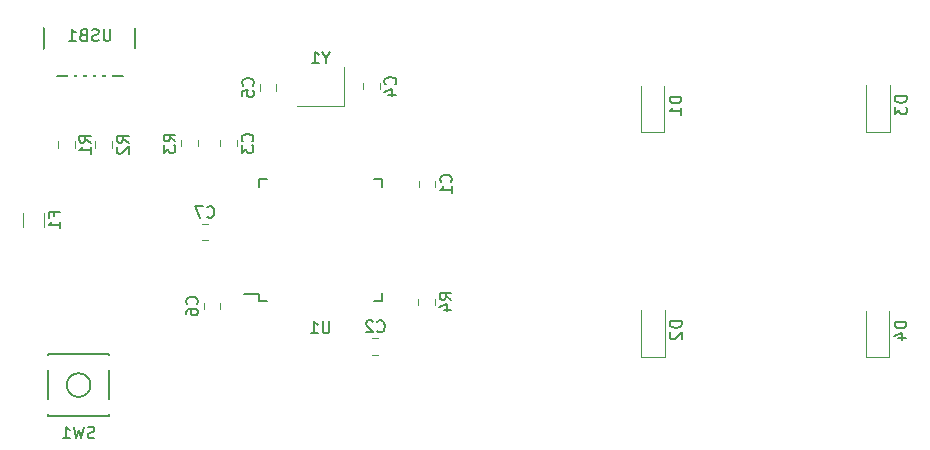
<source format=gbo>
G04 #@! TF.GenerationSoftware,KiCad,Pcbnew,(5.1.4)-1*
G04 #@! TF.CreationDate,2023-04-29T11:54:21-04:00*
G04 #@! TF.ProjectId,Evan-PCB-ISP,4576616e-2d50-4434-922d-4953502e6b69,rev?*
G04 #@! TF.SameCoordinates,Original*
G04 #@! TF.FileFunction,Legend,Bot*
G04 #@! TF.FilePolarity,Positive*
%FSLAX46Y46*%
G04 Gerber Fmt 4.6, Leading zero omitted, Abs format (unit mm)*
G04 Created by KiCad (PCBNEW (5.1.4)-1) date 2023-04-29 11:54:21*
%MOMM*%
%LPD*%
G04 APERTURE LIST*
%ADD10C,0.120000*%
%ADD11C,0.150000*%
%ADD12R,1.502000X1.302000*%
%ADD13O,1.802000X2.802000*%
%ADD14R,0.602000X2.352000*%
%ADD15R,0.652000X1.602000*%
%ADD16R,1.602000X0.652000*%
%ADD17R,1.902000X1.202000*%
%ADD18C,0.100000*%
%ADD19C,1.077000*%
%ADD20C,1.852000*%
%ADD21C,2.352000*%
%ADD22C,4.089800*%
%ADD23C,2.352000*%
%ADD24C,1.352000*%
%ADD25R,1.302000X1.002000*%
G04 APERTURE END LIST*
D10*
X141350750Y-91343750D02*
X137350750Y-91343750D01*
X141350750Y-88043750D02*
X141350750Y-91343750D01*
D11*
X115974500Y-83312000D02*
X115974500Y-88762000D01*
X123674500Y-83312000D02*
X123674500Y-88762000D01*
X115974500Y-88762000D02*
X123674500Y-88762000D01*
X134175750Y-107247750D02*
X132900750Y-107247750D01*
X144525750Y-107822750D02*
X143850750Y-107822750D01*
X144525750Y-97472750D02*
X143850750Y-97472750D01*
X134175750Y-97472750D02*
X134850750Y-97472750D01*
X134175750Y-107822750D02*
X134850750Y-107822750D01*
X134175750Y-97472750D02*
X134175750Y-98147750D01*
X144525750Y-97472750D02*
X144525750Y-98147750D01*
X144525750Y-107822750D02*
X144525750Y-107147750D01*
X134175750Y-107822750D02*
X134175750Y-107247750D01*
X121472000Y-112335000D02*
X116272000Y-112335000D01*
X116272000Y-112335000D02*
X116272000Y-117535000D01*
X116272000Y-117535000D02*
X121472000Y-117535000D01*
X121472000Y-117535000D02*
X121472000Y-112335000D01*
X119872000Y-114935000D02*
G75*
G03X119872000Y-114935000I-1000000J0D01*
G01*
D10*
X147626000Y-108130078D02*
X147626000Y-107612922D01*
X149046000Y-108130078D02*
X149046000Y-107612922D01*
X128980000Y-94212672D02*
X128980000Y-94729828D01*
X127560000Y-94212672D02*
X127560000Y-94729828D01*
X120289250Y-94826828D02*
X120289250Y-94309672D01*
X121709250Y-94826828D02*
X121709250Y-94309672D01*
X117114250Y-94826828D02*
X117114250Y-94309672D01*
X118534250Y-94826828D02*
X118534250Y-94309672D01*
X114152000Y-101564064D02*
X114152000Y-100359936D01*
X115972000Y-101564064D02*
X115972000Y-100359936D01*
X187499500Y-112549500D02*
X187499500Y-108649500D01*
X185499500Y-112549500D02*
X185499500Y-108649500D01*
X187499500Y-112549500D02*
X185499500Y-112549500D01*
X187531250Y-93468750D02*
X187531250Y-89568750D01*
X185531250Y-93468750D02*
X185531250Y-89568750D01*
X187531250Y-93468750D02*
X185531250Y-93468750D01*
X168481250Y-112518750D02*
X168481250Y-108618750D01*
X166481250Y-112518750D02*
X166481250Y-108618750D01*
X168481250Y-112518750D02*
X166481250Y-112518750D01*
X168449500Y-93499500D02*
X168449500Y-89599500D01*
X166449500Y-93499500D02*
X166449500Y-89599500D01*
X168449500Y-93499500D02*
X166449500Y-93499500D01*
X129847078Y-102691000D02*
X129329922Y-102691000D01*
X129847078Y-101271000D02*
X129329922Y-101271000D01*
X130885000Y-107993922D02*
X130885000Y-108511078D01*
X129465000Y-107993922D02*
X129465000Y-108511078D01*
X135615750Y-89483672D02*
X135615750Y-90000828D01*
X134195750Y-89483672D02*
X134195750Y-90000828D01*
X142958750Y-89903828D02*
X142958750Y-89386672D01*
X144378750Y-89903828D02*
X144378750Y-89386672D01*
X130862000Y-94729828D02*
X130862000Y-94212672D01*
X132282000Y-94729828D02*
X132282000Y-94212672D01*
X144259828Y-112374750D02*
X143742672Y-112374750D01*
X144259828Y-110954750D02*
X143742672Y-110954750D01*
X147657750Y-98158828D02*
X147657750Y-97641672D01*
X149077750Y-98158828D02*
X149077750Y-97641672D01*
D11*
X139826940Y-87219940D02*
X139826940Y-87696130D01*
X140160273Y-86696130D02*
X139826940Y-87219940D01*
X139493607Y-86696130D01*
X138636464Y-87696130D02*
X139207892Y-87696130D01*
X138922178Y-87696130D02*
X138922178Y-86696130D01*
X139017416Y-86838988D01*
X139112654Y-86934226D01*
X139207892Y-86981845D01*
X121562595Y-84796380D02*
X121562595Y-85605904D01*
X121514976Y-85701142D01*
X121467357Y-85748761D01*
X121372119Y-85796380D01*
X121181642Y-85796380D01*
X121086404Y-85748761D01*
X121038785Y-85701142D01*
X120991166Y-85605904D01*
X120991166Y-84796380D01*
X120562595Y-85748761D02*
X120419738Y-85796380D01*
X120181642Y-85796380D01*
X120086404Y-85748761D01*
X120038785Y-85701142D01*
X119991166Y-85605904D01*
X119991166Y-85510666D01*
X120038785Y-85415428D01*
X120086404Y-85367809D01*
X120181642Y-85320190D01*
X120372119Y-85272571D01*
X120467357Y-85224952D01*
X120514976Y-85177333D01*
X120562595Y-85082095D01*
X120562595Y-84986857D01*
X120514976Y-84891619D01*
X120467357Y-84844000D01*
X120372119Y-84796380D01*
X120134023Y-84796380D01*
X119991166Y-84844000D01*
X119229261Y-85272571D02*
X119086404Y-85320190D01*
X119038785Y-85367809D01*
X118991166Y-85463047D01*
X118991166Y-85605904D01*
X119038785Y-85701142D01*
X119086404Y-85748761D01*
X119181642Y-85796380D01*
X119562595Y-85796380D01*
X119562595Y-84796380D01*
X119229261Y-84796380D01*
X119134023Y-84844000D01*
X119086404Y-84891619D01*
X119038785Y-84986857D01*
X119038785Y-85082095D01*
X119086404Y-85177333D01*
X119134023Y-85224952D01*
X119229261Y-85272571D01*
X119562595Y-85272571D01*
X118038785Y-85796380D02*
X118610214Y-85796380D01*
X118324500Y-85796380D02*
X118324500Y-84796380D01*
X118419738Y-84939238D01*
X118514976Y-85034476D01*
X118610214Y-85082095D01*
X140112654Y-109550130D02*
X140112654Y-110359654D01*
X140065035Y-110454892D01*
X140017416Y-110502511D01*
X139922178Y-110550130D01*
X139731702Y-110550130D01*
X139636464Y-110502511D01*
X139588845Y-110454892D01*
X139541226Y-110359654D01*
X139541226Y-109550130D01*
X138541226Y-110550130D02*
X139112654Y-110550130D01*
X138826940Y-110550130D02*
X138826940Y-109550130D01*
X138922178Y-109692988D01*
X139017416Y-109788226D01*
X139112654Y-109835845D01*
X120205333Y-119403761D02*
X120062476Y-119451380D01*
X119824380Y-119451380D01*
X119729142Y-119403761D01*
X119681523Y-119356142D01*
X119633904Y-119260904D01*
X119633904Y-119165666D01*
X119681523Y-119070428D01*
X119729142Y-119022809D01*
X119824380Y-118975190D01*
X120014857Y-118927571D01*
X120110095Y-118879952D01*
X120157714Y-118832333D01*
X120205333Y-118737095D01*
X120205333Y-118641857D01*
X120157714Y-118546619D01*
X120110095Y-118499000D01*
X120014857Y-118451380D01*
X119776761Y-118451380D01*
X119633904Y-118499000D01*
X119300571Y-118451380D02*
X119062476Y-119451380D01*
X118872000Y-118737095D01*
X118681523Y-119451380D01*
X118443428Y-118451380D01*
X117538666Y-119451380D02*
X118110095Y-119451380D01*
X117824380Y-119451380D02*
X117824380Y-118451380D01*
X117919619Y-118594238D01*
X118014857Y-118689476D01*
X118110095Y-118737095D01*
X150438380Y-107704833D02*
X149962190Y-107371500D01*
X150438380Y-107133404D02*
X149438380Y-107133404D01*
X149438380Y-107514357D01*
X149486000Y-107609595D01*
X149533619Y-107657214D01*
X149628857Y-107704833D01*
X149771714Y-107704833D01*
X149866952Y-107657214D01*
X149914571Y-107609595D01*
X149962190Y-107514357D01*
X149962190Y-107133404D01*
X149771714Y-108561976D02*
X150438380Y-108561976D01*
X149390761Y-108323880D02*
X150105047Y-108085785D01*
X150105047Y-108704833D01*
X127072380Y-94304583D02*
X126596190Y-93971250D01*
X127072380Y-93733154D02*
X126072380Y-93733154D01*
X126072380Y-94114107D01*
X126120000Y-94209345D01*
X126167619Y-94256964D01*
X126262857Y-94304583D01*
X126405714Y-94304583D01*
X126500952Y-94256964D01*
X126548571Y-94209345D01*
X126596190Y-94114107D01*
X126596190Y-93733154D01*
X126072380Y-94637916D02*
X126072380Y-95256964D01*
X126453333Y-94923630D01*
X126453333Y-95066488D01*
X126500952Y-95161726D01*
X126548571Y-95209345D01*
X126643809Y-95256964D01*
X126881904Y-95256964D01*
X126977142Y-95209345D01*
X127024761Y-95161726D01*
X127072380Y-95066488D01*
X127072380Y-94780773D01*
X127024761Y-94685535D01*
X126977142Y-94637916D01*
X123101630Y-94401583D02*
X122625440Y-94068250D01*
X123101630Y-93830154D02*
X122101630Y-93830154D01*
X122101630Y-94211107D01*
X122149250Y-94306345D01*
X122196869Y-94353964D01*
X122292107Y-94401583D01*
X122434964Y-94401583D01*
X122530202Y-94353964D01*
X122577821Y-94306345D01*
X122625440Y-94211107D01*
X122625440Y-93830154D01*
X122196869Y-94782535D02*
X122149250Y-94830154D01*
X122101630Y-94925392D01*
X122101630Y-95163488D01*
X122149250Y-95258726D01*
X122196869Y-95306345D01*
X122292107Y-95353964D01*
X122387345Y-95353964D01*
X122530202Y-95306345D01*
X123101630Y-94734916D01*
X123101630Y-95353964D01*
X119926630Y-94401583D02*
X119450440Y-94068250D01*
X119926630Y-93830154D02*
X118926630Y-93830154D01*
X118926630Y-94211107D01*
X118974250Y-94306345D01*
X119021869Y-94353964D01*
X119117107Y-94401583D01*
X119259964Y-94401583D01*
X119355202Y-94353964D01*
X119402821Y-94306345D01*
X119450440Y-94211107D01*
X119450440Y-93830154D01*
X119926630Y-95353964D02*
X119926630Y-94782535D01*
X119926630Y-95068250D02*
X118926630Y-95068250D01*
X119069488Y-94973011D01*
X119164726Y-94877773D01*
X119212345Y-94782535D01*
X116810571Y-100628666D02*
X116810571Y-100295333D01*
X117334380Y-100295333D02*
X116334380Y-100295333D01*
X116334380Y-100771523D01*
X117334380Y-101676285D02*
X117334380Y-101104857D01*
X117334380Y-101390571D02*
X116334380Y-101390571D01*
X116477238Y-101295333D01*
X116572476Y-101200095D01*
X116620095Y-101104857D01*
X188951880Y-109561404D02*
X187951880Y-109561404D01*
X187951880Y-109799500D01*
X187999500Y-109942357D01*
X188094738Y-110037595D01*
X188189976Y-110085214D01*
X188380452Y-110132833D01*
X188523309Y-110132833D01*
X188713785Y-110085214D01*
X188809023Y-110037595D01*
X188904261Y-109942357D01*
X188951880Y-109799500D01*
X188951880Y-109561404D01*
X188285214Y-110989976D02*
X188951880Y-110989976D01*
X187904261Y-110751880D02*
X188618547Y-110513785D01*
X188618547Y-111132833D01*
X188983630Y-90480654D02*
X187983630Y-90480654D01*
X187983630Y-90718750D01*
X188031250Y-90861607D01*
X188126488Y-90956845D01*
X188221726Y-91004464D01*
X188412202Y-91052083D01*
X188555059Y-91052083D01*
X188745535Y-91004464D01*
X188840773Y-90956845D01*
X188936011Y-90861607D01*
X188983630Y-90718750D01*
X188983630Y-90480654D01*
X187983630Y-91385416D02*
X187983630Y-92004464D01*
X188364583Y-91671130D01*
X188364583Y-91813988D01*
X188412202Y-91909226D01*
X188459821Y-91956845D01*
X188555059Y-92004464D01*
X188793154Y-92004464D01*
X188888392Y-91956845D01*
X188936011Y-91909226D01*
X188983630Y-91813988D01*
X188983630Y-91528273D01*
X188936011Y-91433035D01*
X188888392Y-91385416D01*
X169933630Y-109530654D02*
X168933630Y-109530654D01*
X168933630Y-109768750D01*
X168981250Y-109911607D01*
X169076488Y-110006845D01*
X169171726Y-110054464D01*
X169362202Y-110102083D01*
X169505059Y-110102083D01*
X169695535Y-110054464D01*
X169790773Y-110006845D01*
X169886011Y-109911607D01*
X169933630Y-109768750D01*
X169933630Y-109530654D01*
X169028869Y-110483035D02*
X168981250Y-110530654D01*
X168933630Y-110625892D01*
X168933630Y-110863988D01*
X168981250Y-110959226D01*
X169028869Y-111006845D01*
X169124107Y-111054464D01*
X169219345Y-111054464D01*
X169362202Y-111006845D01*
X169933630Y-110435416D01*
X169933630Y-111054464D01*
X169901880Y-90511404D02*
X168901880Y-90511404D01*
X168901880Y-90749500D01*
X168949500Y-90892357D01*
X169044738Y-90987595D01*
X169139976Y-91035214D01*
X169330452Y-91082833D01*
X169473309Y-91082833D01*
X169663785Y-91035214D01*
X169759023Y-90987595D01*
X169854261Y-90892357D01*
X169901880Y-90749500D01*
X169901880Y-90511404D01*
X169901880Y-92035214D02*
X169901880Y-91463785D01*
X169901880Y-91749500D02*
X168901880Y-91749500D01*
X169044738Y-91654261D01*
X169139976Y-91559023D01*
X169187595Y-91463785D01*
X129755166Y-100688142D02*
X129802785Y-100735761D01*
X129945642Y-100783380D01*
X130040880Y-100783380D01*
X130183738Y-100735761D01*
X130278976Y-100640523D01*
X130326595Y-100545285D01*
X130374214Y-100354809D01*
X130374214Y-100211952D01*
X130326595Y-100021476D01*
X130278976Y-99926238D01*
X130183738Y-99831000D01*
X130040880Y-99783380D01*
X129945642Y-99783380D01*
X129802785Y-99831000D01*
X129755166Y-99878619D01*
X129421833Y-99783380D02*
X128755166Y-99783380D01*
X129183738Y-100783380D01*
X128882142Y-108085833D02*
X128929761Y-108038214D01*
X128977380Y-107895357D01*
X128977380Y-107800119D01*
X128929761Y-107657261D01*
X128834523Y-107562023D01*
X128739285Y-107514404D01*
X128548809Y-107466785D01*
X128405952Y-107466785D01*
X128215476Y-107514404D01*
X128120238Y-107562023D01*
X128025000Y-107657261D01*
X127977380Y-107800119D01*
X127977380Y-107895357D01*
X128025000Y-108038214D01*
X128072619Y-108085833D01*
X127977380Y-108942976D02*
X127977380Y-108752500D01*
X128025000Y-108657261D01*
X128072619Y-108609642D01*
X128215476Y-108514404D01*
X128405952Y-108466785D01*
X128786904Y-108466785D01*
X128882142Y-108514404D01*
X128929761Y-108562023D01*
X128977380Y-108657261D01*
X128977380Y-108847738D01*
X128929761Y-108942976D01*
X128882142Y-108990595D01*
X128786904Y-109038214D01*
X128548809Y-109038214D01*
X128453571Y-108990595D01*
X128405952Y-108942976D01*
X128358333Y-108847738D01*
X128358333Y-108657261D01*
X128405952Y-108562023D01*
X128453571Y-108514404D01*
X128548809Y-108466785D01*
X133612892Y-89575583D02*
X133660511Y-89527964D01*
X133708130Y-89385107D01*
X133708130Y-89289869D01*
X133660511Y-89147011D01*
X133565273Y-89051773D01*
X133470035Y-89004154D01*
X133279559Y-88956535D01*
X133136702Y-88956535D01*
X132946226Y-89004154D01*
X132850988Y-89051773D01*
X132755750Y-89147011D01*
X132708130Y-89289869D01*
X132708130Y-89385107D01*
X132755750Y-89527964D01*
X132803369Y-89575583D01*
X132708130Y-90480345D02*
X132708130Y-90004154D01*
X133184321Y-89956535D01*
X133136702Y-90004154D01*
X133089083Y-90099392D01*
X133089083Y-90337488D01*
X133136702Y-90432726D01*
X133184321Y-90480345D01*
X133279559Y-90527964D01*
X133517654Y-90527964D01*
X133612892Y-90480345D01*
X133660511Y-90432726D01*
X133708130Y-90337488D01*
X133708130Y-90099392D01*
X133660511Y-90004154D01*
X133612892Y-89956535D01*
X145675892Y-89478583D02*
X145723511Y-89430964D01*
X145771130Y-89288107D01*
X145771130Y-89192869D01*
X145723511Y-89050011D01*
X145628273Y-88954773D01*
X145533035Y-88907154D01*
X145342559Y-88859535D01*
X145199702Y-88859535D01*
X145009226Y-88907154D01*
X144913988Y-88954773D01*
X144818750Y-89050011D01*
X144771130Y-89192869D01*
X144771130Y-89288107D01*
X144818750Y-89430964D01*
X144866369Y-89478583D01*
X145104464Y-90335726D02*
X145771130Y-90335726D01*
X144723511Y-90097630D02*
X145437797Y-89859535D01*
X145437797Y-90478583D01*
X133579142Y-94304583D02*
X133626761Y-94256964D01*
X133674380Y-94114107D01*
X133674380Y-94018869D01*
X133626761Y-93876011D01*
X133531523Y-93780773D01*
X133436285Y-93733154D01*
X133245809Y-93685535D01*
X133102952Y-93685535D01*
X132912476Y-93733154D01*
X132817238Y-93780773D01*
X132722000Y-93876011D01*
X132674380Y-94018869D01*
X132674380Y-94114107D01*
X132722000Y-94256964D01*
X132769619Y-94304583D01*
X132674380Y-94637916D02*
X132674380Y-95256964D01*
X133055333Y-94923630D01*
X133055333Y-95066488D01*
X133102952Y-95161726D01*
X133150571Y-95209345D01*
X133245809Y-95256964D01*
X133483904Y-95256964D01*
X133579142Y-95209345D01*
X133626761Y-95161726D01*
X133674380Y-95066488D01*
X133674380Y-94780773D01*
X133626761Y-94685535D01*
X133579142Y-94637916D01*
X144167916Y-110371892D02*
X144215535Y-110419511D01*
X144358392Y-110467130D01*
X144453630Y-110467130D01*
X144596488Y-110419511D01*
X144691726Y-110324273D01*
X144739345Y-110229035D01*
X144786964Y-110038559D01*
X144786964Y-109895702D01*
X144739345Y-109705226D01*
X144691726Y-109609988D01*
X144596488Y-109514750D01*
X144453630Y-109467130D01*
X144358392Y-109467130D01*
X144215535Y-109514750D01*
X144167916Y-109562369D01*
X143786964Y-109562369D02*
X143739345Y-109514750D01*
X143644107Y-109467130D01*
X143406011Y-109467130D01*
X143310773Y-109514750D01*
X143263154Y-109562369D01*
X143215535Y-109657607D01*
X143215535Y-109752845D01*
X143263154Y-109895702D01*
X143834583Y-110467130D01*
X143215535Y-110467130D01*
X150374892Y-97733583D02*
X150422511Y-97685964D01*
X150470130Y-97543107D01*
X150470130Y-97447869D01*
X150422511Y-97305011D01*
X150327273Y-97209773D01*
X150232035Y-97162154D01*
X150041559Y-97114535D01*
X149898702Y-97114535D01*
X149708226Y-97162154D01*
X149612988Y-97209773D01*
X149517750Y-97305011D01*
X149470130Y-97447869D01*
X149470130Y-97543107D01*
X149517750Y-97685964D01*
X149565369Y-97733583D01*
X150470130Y-98685964D02*
X150470130Y-98114535D01*
X150470130Y-98400250D02*
X149470130Y-98400250D01*
X149612988Y-98305011D01*
X149708226Y-98209773D01*
X149755845Y-98114535D01*
%LPC*%
D12*
X140450750Y-88843750D03*
X138250750Y-88843750D03*
X138250750Y-90543750D03*
X140450750Y-90543750D03*
D13*
X116174500Y-83312000D03*
X123474500Y-83312000D03*
X123474500Y-87812000D03*
X116174500Y-87812000D03*
D14*
X118224500Y-87812000D03*
X119024500Y-87812000D03*
X119824500Y-87812000D03*
X120624500Y-87812000D03*
X121424500Y-87812000D03*
D15*
X135350750Y-108347750D03*
X136150750Y-108347750D03*
X136950750Y-108347750D03*
X137750750Y-108347750D03*
X138550750Y-108347750D03*
X139350750Y-108347750D03*
X140150750Y-108347750D03*
X140950750Y-108347750D03*
X141750750Y-108347750D03*
X142550750Y-108347750D03*
X143350750Y-108347750D03*
D16*
X145050750Y-106647750D03*
X145050750Y-105847750D03*
X145050750Y-105047750D03*
X145050750Y-104247750D03*
X145050750Y-103447750D03*
X145050750Y-102647750D03*
X145050750Y-101847750D03*
X145050750Y-101047750D03*
X145050750Y-100247750D03*
X145050750Y-99447750D03*
X145050750Y-98647750D03*
D15*
X143350750Y-96947750D03*
X142550750Y-96947750D03*
X141750750Y-96947750D03*
X140950750Y-96947750D03*
X140150750Y-96947750D03*
X139350750Y-96947750D03*
X138550750Y-96947750D03*
X137750750Y-96947750D03*
X136950750Y-96947750D03*
X136150750Y-96947750D03*
X135350750Y-96947750D03*
D16*
X133650750Y-98647750D03*
X133650750Y-99447750D03*
X133650750Y-100247750D03*
X133650750Y-101047750D03*
X133650750Y-101847750D03*
X133650750Y-102647750D03*
X133650750Y-103447750D03*
X133650750Y-104247750D03*
X133650750Y-105047750D03*
X133650750Y-105847750D03*
X133650750Y-106647750D03*
D17*
X121972000Y-116785000D03*
X115772000Y-113085000D03*
X121972000Y-113085000D03*
X115772000Y-116785000D03*
D18*
G36*
X148844141Y-106396797D02*
G01*
X148870278Y-106400674D01*
X148895909Y-106407094D01*
X148920788Y-106415995D01*
X148944674Y-106427293D01*
X148967337Y-106440877D01*
X148988560Y-106456617D01*
X149008139Y-106474361D01*
X149025883Y-106493940D01*
X149041623Y-106515163D01*
X149055207Y-106537826D01*
X149066505Y-106561712D01*
X149075406Y-106586591D01*
X149081826Y-106612222D01*
X149085703Y-106638359D01*
X149087000Y-106664750D01*
X149087000Y-107203250D01*
X149085703Y-107229641D01*
X149081826Y-107255778D01*
X149075406Y-107281409D01*
X149066505Y-107306288D01*
X149055207Y-107330174D01*
X149041623Y-107352837D01*
X149025883Y-107374060D01*
X149008139Y-107393639D01*
X148988560Y-107411383D01*
X148967337Y-107427123D01*
X148944674Y-107440707D01*
X148920788Y-107452005D01*
X148895909Y-107460906D01*
X148870278Y-107467326D01*
X148844141Y-107471203D01*
X148817750Y-107472500D01*
X147854250Y-107472500D01*
X147827859Y-107471203D01*
X147801722Y-107467326D01*
X147776091Y-107460906D01*
X147751212Y-107452005D01*
X147727326Y-107440707D01*
X147704663Y-107427123D01*
X147683440Y-107411383D01*
X147663861Y-107393639D01*
X147646117Y-107374060D01*
X147630377Y-107352837D01*
X147616793Y-107330174D01*
X147605495Y-107306288D01*
X147596594Y-107281409D01*
X147590174Y-107255778D01*
X147586297Y-107229641D01*
X147585000Y-107203250D01*
X147585000Y-106664750D01*
X147586297Y-106638359D01*
X147590174Y-106612222D01*
X147596594Y-106586591D01*
X147605495Y-106561712D01*
X147616793Y-106537826D01*
X147630377Y-106515163D01*
X147646117Y-106493940D01*
X147663861Y-106474361D01*
X147683440Y-106456617D01*
X147704663Y-106440877D01*
X147727326Y-106427293D01*
X147751212Y-106415995D01*
X147776091Y-106407094D01*
X147801722Y-106400674D01*
X147827859Y-106396797D01*
X147854250Y-106395500D01*
X148817750Y-106395500D01*
X148844141Y-106396797D01*
X148844141Y-106396797D01*
G37*
D19*
X148336000Y-106934000D03*
D18*
G36*
X148844141Y-108271797D02*
G01*
X148870278Y-108275674D01*
X148895909Y-108282094D01*
X148920788Y-108290995D01*
X148944674Y-108302293D01*
X148967337Y-108315877D01*
X148988560Y-108331617D01*
X149008139Y-108349361D01*
X149025883Y-108368940D01*
X149041623Y-108390163D01*
X149055207Y-108412826D01*
X149066505Y-108436712D01*
X149075406Y-108461591D01*
X149081826Y-108487222D01*
X149085703Y-108513359D01*
X149087000Y-108539750D01*
X149087000Y-109078250D01*
X149085703Y-109104641D01*
X149081826Y-109130778D01*
X149075406Y-109156409D01*
X149066505Y-109181288D01*
X149055207Y-109205174D01*
X149041623Y-109227837D01*
X149025883Y-109249060D01*
X149008139Y-109268639D01*
X148988560Y-109286383D01*
X148967337Y-109302123D01*
X148944674Y-109315707D01*
X148920788Y-109327005D01*
X148895909Y-109335906D01*
X148870278Y-109342326D01*
X148844141Y-109346203D01*
X148817750Y-109347500D01*
X147854250Y-109347500D01*
X147827859Y-109346203D01*
X147801722Y-109342326D01*
X147776091Y-109335906D01*
X147751212Y-109327005D01*
X147727326Y-109315707D01*
X147704663Y-109302123D01*
X147683440Y-109286383D01*
X147663861Y-109268639D01*
X147646117Y-109249060D01*
X147630377Y-109227837D01*
X147616793Y-109205174D01*
X147605495Y-109181288D01*
X147596594Y-109156409D01*
X147590174Y-109130778D01*
X147586297Y-109104641D01*
X147585000Y-109078250D01*
X147585000Y-108539750D01*
X147586297Y-108513359D01*
X147590174Y-108487222D01*
X147596594Y-108461591D01*
X147605495Y-108436712D01*
X147616793Y-108412826D01*
X147630377Y-108390163D01*
X147646117Y-108368940D01*
X147663861Y-108349361D01*
X147683440Y-108331617D01*
X147704663Y-108315877D01*
X147727326Y-108302293D01*
X147751212Y-108290995D01*
X147776091Y-108282094D01*
X147801722Y-108275674D01*
X147827859Y-108271797D01*
X147854250Y-108270500D01*
X148817750Y-108270500D01*
X148844141Y-108271797D01*
X148844141Y-108271797D01*
G37*
D19*
X148336000Y-108809000D03*
D18*
G36*
X128778141Y-94871547D02*
G01*
X128804278Y-94875424D01*
X128829909Y-94881844D01*
X128854788Y-94890745D01*
X128878674Y-94902043D01*
X128901337Y-94915627D01*
X128922560Y-94931367D01*
X128942139Y-94949111D01*
X128959883Y-94968690D01*
X128975623Y-94989913D01*
X128989207Y-95012576D01*
X129000505Y-95036462D01*
X129009406Y-95061341D01*
X129015826Y-95086972D01*
X129019703Y-95113109D01*
X129021000Y-95139500D01*
X129021000Y-95678000D01*
X129019703Y-95704391D01*
X129015826Y-95730528D01*
X129009406Y-95756159D01*
X129000505Y-95781038D01*
X128989207Y-95804924D01*
X128975623Y-95827587D01*
X128959883Y-95848810D01*
X128942139Y-95868389D01*
X128922560Y-95886133D01*
X128901337Y-95901873D01*
X128878674Y-95915457D01*
X128854788Y-95926755D01*
X128829909Y-95935656D01*
X128804278Y-95942076D01*
X128778141Y-95945953D01*
X128751750Y-95947250D01*
X127788250Y-95947250D01*
X127761859Y-95945953D01*
X127735722Y-95942076D01*
X127710091Y-95935656D01*
X127685212Y-95926755D01*
X127661326Y-95915457D01*
X127638663Y-95901873D01*
X127617440Y-95886133D01*
X127597861Y-95868389D01*
X127580117Y-95848810D01*
X127564377Y-95827587D01*
X127550793Y-95804924D01*
X127539495Y-95781038D01*
X127530594Y-95756159D01*
X127524174Y-95730528D01*
X127520297Y-95704391D01*
X127519000Y-95678000D01*
X127519000Y-95139500D01*
X127520297Y-95113109D01*
X127524174Y-95086972D01*
X127530594Y-95061341D01*
X127539495Y-95036462D01*
X127550793Y-95012576D01*
X127564377Y-94989913D01*
X127580117Y-94968690D01*
X127597861Y-94949111D01*
X127617440Y-94931367D01*
X127638663Y-94915627D01*
X127661326Y-94902043D01*
X127685212Y-94890745D01*
X127710091Y-94881844D01*
X127735722Y-94875424D01*
X127761859Y-94871547D01*
X127788250Y-94870250D01*
X128751750Y-94870250D01*
X128778141Y-94871547D01*
X128778141Y-94871547D01*
G37*
D19*
X128270000Y-95408750D03*
D18*
G36*
X128778141Y-92996547D02*
G01*
X128804278Y-93000424D01*
X128829909Y-93006844D01*
X128854788Y-93015745D01*
X128878674Y-93027043D01*
X128901337Y-93040627D01*
X128922560Y-93056367D01*
X128942139Y-93074111D01*
X128959883Y-93093690D01*
X128975623Y-93114913D01*
X128989207Y-93137576D01*
X129000505Y-93161462D01*
X129009406Y-93186341D01*
X129015826Y-93211972D01*
X129019703Y-93238109D01*
X129021000Y-93264500D01*
X129021000Y-93803000D01*
X129019703Y-93829391D01*
X129015826Y-93855528D01*
X129009406Y-93881159D01*
X129000505Y-93906038D01*
X128989207Y-93929924D01*
X128975623Y-93952587D01*
X128959883Y-93973810D01*
X128942139Y-93993389D01*
X128922560Y-94011133D01*
X128901337Y-94026873D01*
X128878674Y-94040457D01*
X128854788Y-94051755D01*
X128829909Y-94060656D01*
X128804278Y-94067076D01*
X128778141Y-94070953D01*
X128751750Y-94072250D01*
X127788250Y-94072250D01*
X127761859Y-94070953D01*
X127735722Y-94067076D01*
X127710091Y-94060656D01*
X127685212Y-94051755D01*
X127661326Y-94040457D01*
X127638663Y-94026873D01*
X127617440Y-94011133D01*
X127597861Y-93993389D01*
X127580117Y-93973810D01*
X127564377Y-93952587D01*
X127550793Y-93929924D01*
X127539495Y-93906038D01*
X127530594Y-93881159D01*
X127524174Y-93855528D01*
X127520297Y-93829391D01*
X127519000Y-93803000D01*
X127519000Y-93264500D01*
X127520297Y-93238109D01*
X127524174Y-93211972D01*
X127530594Y-93186341D01*
X127539495Y-93161462D01*
X127550793Y-93137576D01*
X127564377Y-93114913D01*
X127580117Y-93093690D01*
X127597861Y-93074111D01*
X127617440Y-93056367D01*
X127638663Y-93040627D01*
X127661326Y-93027043D01*
X127685212Y-93015745D01*
X127710091Y-93006844D01*
X127735722Y-93000424D01*
X127761859Y-92996547D01*
X127788250Y-92995250D01*
X128751750Y-92995250D01*
X128778141Y-92996547D01*
X128778141Y-92996547D01*
G37*
D19*
X128270000Y-93533750D03*
D18*
G36*
X121507391Y-93093547D02*
G01*
X121533528Y-93097424D01*
X121559159Y-93103844D01*
X121584038Y-93112745D01*
X121607924Y-93124043D01*
X121630587Y-93137627D01*
X121651810Y-93153367D01*
X121671389Y-93171111D01*
X121689133Y-93190690D01*
X121704873Y-93211913D01*
X121718457Y-93234576D01*
X121729755Y-93258462D01*
X121738656Y-93283341D01*
X121745076Y-93308972D01*
X121748953Y-93335109D01*
X121750250Y-93361500D01*
X121750250Y-93900000D01*
X121748953Y-93926391D01*
X121745076Y-93952528D01*
X121738656Y-93978159D01*
X121729755Y-94003038D01*
X121718457Y-94026924D01*
X121704873Y-94049587D01*
X121689133Y-94070810D01*
X121671389Y-94090389D01*
X121651810Y-94108133D01*
X121630587Y-94123873D01*
X121607924Y-94137457D01*
X121584038Y-94148755D01*
X121559159Y-94157656D01*
X121533528Y-94164076D01*
X121507391Y-94167953D01*
X121481000Y-94169250D01*
X120517500Y-94169250D01*
X120491109Y-94167953D01*
X120464972Y-94164076D01*
X120439341Y-94157656D01*
X120414462Y-94148755D01*
X120390576Y-94137457D01*
X120367913Y-94123873D01*
X120346690Y-94108133D01*
X120327111Y-94090389D01*
X120309367Y-94070810D01*
X120293627Y-94049587D01*
X120280043Y-94026924D01*
X120268745Y-94003038D01*
X120259844Y-93978159D01*
X120253424Y-93952528D01*
X120249547Y-93926391D01*
X120248250Y-93900000D01*
X120248250Y-93361500D01*
X120249547Y-93335109D01*
X120253424Y-93308972D01*
X120259844Y-93283341D01*
X120268745Y-93258462D01*
X120280043Y-93234576D01*
X120293627Y-93211913D01*
X120309367Y-93190690D01*
X120327111Y-93171111D01*
X120346690Y-93153367D01*
X120367913Y-93137627D01*
X120390576Y-93124043D01*
X120414462Y-93112745D01*
X120439341Y-93103844D01*
X120464972Y-93097424D01*
X120491109Y-93093547D01*
X120517500Y-93092250D01*
X121481000Y-93092250D01*
X121507391Y-93093547D01*
X121507391Y-93093547D01*
G37*
D19*
X120999250Y-93630750D03*
D18*
G36*
X121507391Y-94968547D02*
G01*
X121533528Y-94972424D01*
X121559159Y-94978844D01*
X121584038Y-94987745D01*
X121607924Y-94999043D01*
X121630587Y-95012627D01*
X121651810Y-95028367D01*
X121671389Y-95046111D01*
X121689133Y-95065690D01*
X121704873Y-95086913D01*
X121718457Y-95109576D01*
X121729755Y-95133462D01*
X121738656Y-95158341D01*
X121745076Y-95183972D01*
X121748953Y-95210109D01*
X121750250Y-95236500D01*
X121750250Y-95775000D01*
X121748953Y-95801391D01*
X121745076Y-95827528D01*
X121738656Y-95853159D01*
X121729755Y-95878038D01*
X121718457Y-95901924D01*
X121704873Y-95924587D01*
X121689133Y-95945810D01*
X121671389Y-95965389D01*
X121651810Y-95983133D01*
X121630587Y-95998873D01*
X121607924Y-96012457D01*
X121584038Y-96023755D01*
X121559159Y-96032656D01*
X121533528Y-96039076D01*
X121507391Y-96042953D01*
X121481000Y-96044250D01*
X120517500Y-96044250D01*
X120491109Y-96042953D01*
X120464972Y-96039076D01*
X120439341Y-96032656D01*
X120414462Y-96023755D01*
X120390576Y-96012457D01*
X120367913Y-95998873D01*
X120346690Y-95983133D01*
X120327111Y-95965389D01*
X120309367Y-95945810D01*
X120293627Y-95924587D01*
X120280043Y-95901924D01*
X120268745Y-95878038D01*
X120259844Y-95853159D01*
X120253424Y-95827528D01*
X120249547Y-95801391D01*
X120248250Y-95775000D01*
X120248250Y-95236500D01*
X120249547Y-95210109D01*
X120253424Y-95183972D01*
X120259844Y-95158341D01*
X120268745Y-95133462D01*
X120280043Y-95109576D01*
X120293627Y-95086913D01*
X120309367Y-95065690D01*
X120327111Y-95046111D01*
X120346690Y-95028367D01*
X120367913Y-95012627D01*
X120390576Y-94999043D01*
X120414462Y-94987745D01*
X120439341Y-94978844D01*
X120464972Y-94972424D01*
X120491109Y-94968547D01*
X120517500Y-94967250D01*
X121481000Y-94967250D01*
X121507391Y-94968547D01*
X121507391Y-94968547D01*
G37*
D19*
X120999250Y-95505750D03*
D18*
G36*
X118332391Y-93093547D02*
G01*
X118358528Y-93097424D01*
X118384159Y-93103844D01*
X118409038Y-93112745D01*
X118432924Y-93124043D01*
X118455587Y-93137627D01*
X118476810Y-93153367D01*
X118496389Y-93171111D01*
X118514133Y-93190690D01*
X118529873Y-93211913D01*
X118543457Y-93234576D01*
X118554755Y-93258462D01*
X118563656Y-93283341D01*
X118570076Y-93308972D01*
X118573953Y-93335109D01*
X118575250Y-93361500D01*
X118575250Y-93900000D01*
X118573953Y-93926391D01*
X118570076Y-93952528D01*
X118563656Y-93978159D01*
X118554755Y-94003038D01*
X118543457Y-94026924D01*
X118529873Y-94049587D01*
X118514133Y-94070810D01*
X118496389Y-94090389D01*
X118476810Y-94108133D01*
X118455587Y-94123873D01*
X118432924Y-94137457D01*
X118409038Y-94148755D01*
X118384159Y-94157656D01*
X118358528Y-94164076D01*
X118332391Y-94167953D01*
X118306000Y-94169250D01*
X117342500Y-94169250D01*
X117316109Y-94167953D01*
X117289972Y-94164076D01*
X117264341Y-94157656D01*
X117239462Y-94148755D01*
X117215576Y-94137457D01*
X117192913Y-94123873D01*
X117171690Y-94108133D01*
X117152111Y-94090389D01*
X117134367Y-94070810D01*
X117118627Y-94049587D01*
X117105043Y-94026924D01*
X117093745Y-94003038D01*
X117084844Y-93978159D01*
X117078424Y-93952528D01*
X117074547Y-93926391D01*
X117073250Y-93900000D01*
X117073250Y-93361500D01*
X117074547Y-93335109D01*
X117078424Y-93308972D01*
X117084844Y-93283341D01*
X117093745Y-93258462D01*
X117105043Y-93234576D01*
X117118627Y-93211913D01*
X117134367Y-93190690D01*
X117152111Y-93171111D01*
X117171690Y-93153367D01*
X117192913Y-93137627D01*
X117215576Y-93124043D01*
X117239462Y-93112745D01*
X117264341Y-93103844D01*
X117289972Y-93097424D01*
X117316109Y-93093547D01*
X117342500Y-93092250D01*
X118306000Y-93092250D01*
X118332391Y-93093547D01*
X118332391Y-93093547D01*
G37*
D19*
X117824250Y-93630750D03*
D18*
G36*
X118332391Y-94968547D02*
G01*
X118358528Y-94972424D01*
X118384159Y-94978844D01*
X118409038Y-94987745D01*
X118432924Y-94999043D01*
X118455587Y-95012627D01*
X118476810Y-95028367D01*
X118496389Y-95046111D01*
X118514133Y-95065690D01*
X118529873Y-95086913D01*
X118543457Y-95109576D01*
X118554755Y-95133462D01*
X118563656Y-95158341D01*
X118570076Y-95183972D01*
X118573953Y-95210109D01*
X118575250Y-95236500D01*
X118575250Y-95775000D01*
X118573953Y-95801391D01*
X118570076Y-95827528D01*
X118563656Y-95853159D01*
X118554755Y-95878038D01*
X118543457Y-95901924D01*
X118529873Y-95924587D01*
X118514133Y-95945810D01*
X118496389Y-95965389D01*
X118476810Y-95983133D01*
X118455587Y-95998873D01*
X118432924Y-96012457D01*
X118409038Y-96023755D01*
X118384159Y-96032656D01*
X118358528Y-96039076D01*
X118332391Y-96042953D01*
X118306000Y-96044250D01*
X117342500Y-96044250D01*
X117316109Y-96042953D01*
X117289972Y-96039076D01*
X117264341Y-96032656D01*
X117239462Y-96023755D01*
X117215576Y-96012457D01*
X117192913Y-95998873D01*
X117171690Y-95983133D01*
X117152111Y-95965389D01*
X117134367Y-95945810D01*
X117118627Y-95924587D01*
X117105043Y-95901924D01*
X117093745Y-95878038D01*
X117084844Y-95853159D01*
X117078424Y-95827528D01*
X117074547Y-95801391D01*
X117073250Y-95775000D01*
X117073250Y-95236500D01*
X117074547Y-95210109D01*
X117078424Y-95183972D01*
X117084844Y-95158341D01*
X117093745Y-95133462D01*
X117105043Y-95109576D01*
X117118627Y-95086913D01*
X117134367Y-95065690D01*
X117152111Y-95046111D01*
X117171690Y-95028367D01*
X117192913Y-95012627D01*
X117215576Y-94999043D01*
X117239462Y-94987745D01*
X117264341Y-94978844D01*
X117289972Y-94972424D01*
X117316109Y-94968547D01*
X117342500Y-94967250D01*
X118306000Y-94967250D01*
X118332391Y-94968547D01*
X118332391Y-94968547D01*
G37*
D19*
X117824250Y-95505750D03*
D20*
X183642000Y-110299500D03*
X173482000Y-110299500D03*
D21*
X176062000Y-106299500D03*
D22*
X178562000Y-110299500D03*
D21*
X175407001Y-107029500D03*
D23*
X174752000Y-107759500D02*
X176062002Y-106299500D01*
D21*
X181102000Y-105219500D03*
X181082000Y-105509500D03*
D23*
X181062000Y-105799500D02*
X181102000Y-105219500D01*
D20*
X183673750Y-91281250D03*
X173513750Y-91281250D03*
D21*
X176093750Y-87281250D03*
D22*
X178593750Y-91281250D03*
D21*
X175438751Y-88011250D03*
D23*
X174783750Y-88741250D02*
X176093752Y-87281250D01*
D21*
X181133750Y-86201250D03*
X181113750Y-86491250D03*
D23*
X181093750Y-86781250D02*
X181133750Y-86201250D01*
D20*
X164623750Y-110331250D03*
X154463750Y-110331250D03*
D21*
X157043750Y-106331250D03*
D22*
X159543750Y-110331250D03*
D21*
X156388751Y-107061250D03*
D23*
X155733750Y-107791250D02*
X157043752Y-106331250D01*
D21*
X162083750Y-105251250D03*
X162063750Y-105541250D03*
D23*
X162043750Y-105831250D02*
X162083750Y-105251250D01*
D20*
X164592000Y-91249500D03*
X154432000Y-91249500D03*
D21*
X157012000Y-87249500D03*
D22*
X159512000Y-91249500D03*
D21*
X156357001Y-87979500D03*
D23*
X155702000Y-88709500D02*
X157012002Y-87249500D01*
D21*
X162052000Y-86169500D03*
X162032000Y-86459500D03*
D23*
X162012000Y-86749500D02*
X162052000Y-86169500D01*
D18*
G36*
X115744104Y-98887302D02*
G01*
X115770352Y-98891196D01*
X115796093Y-98897643D01*
X115821078Y-98906583D01*
X115845066Y-98917928D01*
X115867826Y-98931571D01*
X115889140Y-98947378D01*
X115908802Y-98965198D01*
X115926622Y-98984860D01*
X115942429Y-99006174D01*
X115956072Y-99028934D01*
X115967417Y-99052922D01*
X115976357Y-99077907D01*
X115982804Y-99103648D01*
X115986698Y-99129896D01*
X115988000Y-99156400D01*
X115988000Y-99967600D01*
X115986698Y-99994104D01*
X115982804Y-100020352D01*
X115976357Y-100046093D01*
X115967417Y-100071078D01*
X115956072Y-100095066D01*
X115942429Y-100117826D01*
X115926622Y-100139140D01*
X115908802Y-100158802D01*
X115889140Y-100176622D01*
X115867826Y-100192429D01*
X115845066Y-100206072D01*
X115821078Y-100217417D01*
X115796093Y-100226357D01*
X115770352Y-100232804D01*
X115744104Y-100236698D01*
X115717600Y-100238000D01*
X114406400Y-100238000D01*
X114379896Y-100236698D01*
X114353648Y-100232804D01*
X114327907Y-100226357D01*
X114302922Y-100217417D01*
X114278934Y-100206072D01*
X114256174Y-100192429D01*
X114234860Y-100176622D01*
X114215198Y-100158802D01*
X114197378Y-100139140D01*
X114181571Y-100117826D01*
X114167928Y-100095066D01*
X114156583Y-100071078D01*
X114147643Y-100046093D01*
X114141196Y-100020352D01*
X114137302Y-99994104D01*
X114136000Y-99967600D01*
X114136000Y-99156400D01*
X114137302Y-99129896D01*
X114141196Y-99103648D01*
X114147643Y-99077907D01*
X114156583Y-99052922D01*
X114167928Y-99028934D01*
X114181571Y-99006174D01*
X114197378Y-98984860D01*
X114215198Y-98965198D01*
X114234860Y-98947378D01*
X114256174Y-98931571D01*
X114278934Y-98917928D01*
X114302922Y-98906583D01*
X114327907Y-98897643D01*
X114353648Y-98891196D01*
X114379896Y-98887302D01*
X114406400Y-98886000D01*
X115717600Y-98886000D01*
X115744104Y-98887302D01*
X115744104Y-98887302D01*
G37*
D24*
X115062000Y-99562000D03*
D18*
G36*
X115744104Y-101687302D02*
G01*
X115770352Y-101691196D01*
X115796093Y-101697643D01*
X115821078Y-101706583D01*
X115845066Y-101717928D01*
X115867826Y-101731571D01*
X115889140Y-101747378D01*
X115908802Y-101765198D01*
X115926622Y-101784860D01*
X115942429Y-101806174D01*
X115956072Y-101828934D01*
X115967417Y-101852922D01*
X115976357Y-101877907D01*
X115982804Y-101903648D01*
X115986698Y-101929896D01*
X115988000Y-101956400D01*
X115988000Y-102767600D01*
X115986698Y-102794104D01*
X115982804Y-102820352D01*
X115976357Y-102846093D01*
X115967417Y-102871078D01*
X115956072Y-102895066D01*
X115942429Y-102917826D01*
X115926622Y-102939140D01*
X115908802Y-102958802D01*
X115889140Y-102976622D01*
X115867826Y-102992429D01*
X115845066Y-103006072D01*
X115821078Y-103017417D01*
X115796093Y-103026357D01*
X115770352Y-103032804D01*
X115744104Y-103036698D01*
X115717600Y-103038000D01*
X114406400Y-103038000D01*
X114379896Y-103036698D01*
X114353648Y-103032804D01*
X114327907Y-103026357D01*
X114302922Y-103017417D01*
X114278934Y-103006072D01*
X114256174Y-102992429D01*
X114234860Y-102976622D01*
X114215198Y-102958802D01*
X114197378Y-102939140D01*
X114181571Y-102917826D01*
X114167928Y-102895066D01*
X114156583Y-102871078D01*
X114147643Y-102846093D01*
X114141196Y-102820352D01*
X114137302Y-102794104D01*
X114136000Y-102767600D01*
X114136000Y-101956400D01*
X114137302Y-101929896D01*
X114141196Y-101903648D01*
X114147643Y-101877907D01*
X114156583Y-101852922D01*
X114167928Y-101828934D01*
X114181571Y-101806174D01*
X114197378Y-101784860D01*
X114215198Y-101765198D01*
X114234860Y-101747378D01*
X114256174Y-101731571D01*
X114278934Y-101717928D01*
X114302922Y-101706583D01*
X114327907Y-101697643D01*
X114353648Y-101691196D01*
X114379896Y-101687302D01*
X114406400Y-101686000D01*
X115717600Y-101686000D01*
X115744104Y-101687302D01*
X115744104Y-101687302D01*
G37*
D24*
X115062000Y-102362000D03*
D25*
X186499500Y-108649500D03*
X186499500Y-111949500D03*
X186531250Y-89568750D03*
X186531250Y-92868750D03*
X167481250Y-108618750D03*
X167481250Y-111918750D03*
X167449500Y-89599500D03*
X167449500Y-92899500D03*
D18*
G36*
X128946641Y-101231297D02*
G01*
X128972778Y-101235174D01*
X128998409Y-101241594D01*
X129023288Y-101250495D01*
X129047174Y-101261793D01*
X129069837Y-101275377D01*
X129091060Y-101291117D01*
X129110639Y-101308861D01*
X129128383Y-101328440D01*
X129144123Y-101349663D01*
X129157707Y-101372326D01*
X129169005Y-101396212D01*
X129177906Y-101421091D01*
X129184326Y-101446722D01*
X129188203Y-101472859D01*
X129189500Y-101499250D01*
X129189500Y-102462750D01*
X129188203Y-102489141D01*
X129184326Y-102515278D01*
X129177906Y-102540909D01*
X129169005Y-102565788D01*
X129157707Y-102589674D01*
X129144123Y-102612337D01*
X129128383Y-102633560D01*
X129110639Y-102653139D01*
X129091060Y-102670883D01*
X129069837Y-102686623D01*
X129047174Y-102700207D01*
X129023288Y-102711505D01*
X128998409Y-102720406D01*
X128972778Y-102726826D01*
X128946641Y-102730703D01*
X128920250Y-102732000D01*
X128381750Y-102732000D01*
X128355359Y-102730703D01*
X128329222Y-102726826D01*
X128303591Y-102720406D01*
X128278712Y-102711505D01*
X128254826Y-102700207D01*
X128232163Y-102686623D01*
X128210940Y-102670883D01*
X128191361Y-102653139D01*
X128173617Y-102633560D01*
X128157877Y-102612337D01*
X128144293Y-102589674D01*
X128132995Y-102565788D01*
X128124094Y-102540909D01*
X128117674Y-102515278D01*
X128113797Y-102489141D01*
X128112500Y-102462750D01*
X128112500Y-101499250D01*
X128113797Y-101472859D01*
X128117674Y-101446722D01*
X128124094Y-101421091D01*
X128132995Y-101396212D01*
X128144293Y-101372326D01*
X128157877Y-101349663D01*
X128173617Y-101328440D01*
X128191361Y-101308861D01*
X128210940Y-101291117D01*
X128232163Y-101275377D01*
X128254826Y-101261793D01*
X128278712Y-101250495D01*
X128303591Y-101241594D01*
X128329222Y-101235174D01*
X128355359Y-101231297D01*
X128381750Y-101230000D01*
X128920250Y-101230000D01*
X128946641Y-101231297D01*
X128946641Y-101231297D01*
G37*
D19*
X128651000Y-101981000D03*
D18*
G36*
X130821641Y-101231297D02*
G01*
X130847778Y-101235174D01*
X130873409Y-101241594D01*
X130898288Y-101250495D01*
X130922174Y-101261793D01*
X130944837Y-101275377D01*
X130966060Y-101291117D01*
X130985639Y-101308861D01*
X131003383Y-101328440D01*
X131019123Y-101349663D01*
X131032707Y-101372326D01*
X131044005Y-101396212D01*
X131052906Y-101421091D01*
X131059326Y-101446722D01*
X131063203Y-101472859D01*
X131064500Y-101499250D01*
X131064500Y-102462750D01*
X131063203Y-102489141D01*
X131059326Y-102515278D01*
X131052906Y-102540909D01*
X131044005Y-102565788D01*
X131032707Y-102589674D01*
X131019123Y-102612337D01*
X131003383Y-102633560D01*
X130985639Y-102653139D01*
X130966060Y-102670883D01*
X130944837Y-102686623D01*
X130922174Y-102700207D01*
X130898288Y-102711505D01*
X130873409Y-102720406D01*
X130847778Y-102726826D01*
X130821641Y-102730703D01*
X130795250Y-102732000D01*
X130256750Y-102732000D01*
X130230359Y-102730703D01*
X130204222Y-102726826D01*
X130178591Y-102720406D01*
X130153712Y-102711505D01*
X130129826Y-102700207D01*
X130107163Y-102686623D01*
X130085940Y-102670883D01*
X130066361Y-102653139D01*
X130048617Y-102633560D01*
X130032877Y-102612337D01*
X130019293Y-102589674D01*
X130007995Y-102565788D01*
X129999094Y-102540909D01*
X129992674Y-102515278D01*
X129988797Y-102489141D01*
X129987500Y-102462750D01*
X129987500Y-101499250D01*
X129988797Y-101472859D01*
X129992674Y-101446722D01*
X129999094Y-101421091D01*
X130007995Y-101396212D01*
X130019293Y-101372326D01*
X130032877Y-101349663D01*
X130048617Y-101328440D01*
X130066361Y-101308861D01*
X130085940Y-101291117D01*
X130107163Y-101275377D01*
X130129826Y-101261793D01*
X130153712Y-101250495D01*
X130178591Y-101241594D01*
X130204222Y-101235174D01*
X130230359Y-101231297D01*
X130256750Y-101230000D01*
X130795250Y-101230000D01*
X130821641Y-101231297D01*
X130821641Y-101231297D01*
G37*
D19*
X130526000Y-101981000D03*
D18*
G36*
X130683141Y-108652797D02*
G01*
X130709278Y-108656674D01*
X130734909Y-108663094D01*
X130759788Y-108671995D01*
X130783674Y-108683293D01*
X130806337Y-108696877D01*
X130827560Y-108712617D01*
X130847139Y-108730361D01*
X130864883Y-108749940D01*
X130880623Y-108771163D01*
X130894207Y-108793826D01*
X130905505Y-108817712D01*
X130914406Y-108842591D01*
X130920826Y-108868222D01*
X130924703Y-108894359D01*
X130926000Y-108920750D01*
X130926000Y-109459250D01*
X130924703Y-109485641D01*
X130920826Y-109511778D01*
X130914406Y-109537409D01*
X130905505Y-109562288D01*
X130894207Y-109586174D01*
X130880623Y-109608837D01*
X130864883Y-109630060D01*
X130847139Y-109649639D01*
X130827560Y-109667383D01*
X130806337Y-109683123D01*
X130783674Y-109696707D01*
X130759788Y-109708005D01*
X130734909Y-109716906D01*
X130709278Y-109723326D01*
X130683141Y-109727203D01*
X130656750Y-109728500D01*
X129693250Y-109728500D01*
X129666859Y-109727203D01*
X129640722Y-109723326D01*
X129615091Y-109716906D01*
X129590212Y-109708005D01*
X129566326Y-109696707D01*
X129543663Y-109683123D01*
X129522440Y-109667383D01*
X129502861Y-109649639D01*
X129485117Y-109630060D01*
X129469377Y-109608837D01*
X129455793Y-109586174D01*
X129444495Y-109562288D01*
X129435594Y-109537409D01*
X129429174Y-109511778D01*
X129425297Y-109485641D01*
X129424000Y-109459250D01*
X129424000Y-108920750D01*
X129425297Y-108894359D01*
X129429174Y-108868222D01*
X129435594Y-108842591D01*
X129444495Y-108817712D01*
X129455793Y-108793826D01*
X129469377Y-108771163D01*
X129485117Y-108749940D01*
X129502861Y-108730361D01*
X129522440Y-108712617D01*
X129543663Y-108696877D01*
X129566326Y-108683293D01*
X129590212Y-108671995D01*
X129615091Y-108663094D01*
X129640722Y-108656674D01*
X129666859Y-108652797D01*
X129693250Y-108651500D01*
X130656750Y-108651500D01*
X130683141Y-108652797D01*
X130683141Y-108652797D01*
G37*
D19*
X130175000Y-109190000D03*
D18*
G36*
X130683141Y-106777797D02*
G01*
X130709278Y-106781674D01*
X130734909Y-106788094D01*
X130759788Y-106796995D01*
X130783674Y-106808293D01*
X130806337Y-106821877D01*
X130827560Y-106837617D01*
X130847139Y-106855361D01*
X130864883Y-106874940D01*
X130880623Y-106896163D01*
X130894207Y-106918826D01*
X130905505Y-106942712D01*
X130914406Y-106967591D01*
X130920826Y-106993222D01*
X130924703Y-107019359D01*
X130926000Y-107045750D01*
X130926000Y-107584250D01*
X130924703Y-107610641D01*
X130920826Y-107636778D01*
X130914406Y-107662409D01*
X130905505Y-107687288D01*
X130894207Y-107711174D01*
X130880623Y-107733837D01*
X130864883Y-107755060D01*
X130847139Y-107774639D01*
X130827560Y-107792383D01*
X130806337Y-107808123D01*
X130783674Y-107821707D01*
X130759788Y-107833005D01*
X130734909Y-107841906D01*
X130709278Y-107848326D01*
X130683141Y-107852203D01*
X130656750Y-107853500D01*
X129693250Y-107853500D01*
X129666859Y-107852203D01*
X129640722Y-107848326D01*
X129615091Y-107841906D01*
X129590212Y-107833005D01*
X129566326Y-107821707D01*
X129543663Y-107808123D01*
X129522440Y-107792383D01*
X129502861Y-107774639D01*
X129485117Y-107755060D01*
X129469377Y-107733837D01*
X129455793Y-107711174D01*
X129444495Y-107687288D01*
X129435594Y-107662409D01*
X129429174Y-107636778D01*
X129425297Y-107610641D01*
X129424000Y-107584250D01*
X129424000Y-107045750D01*
X129425297Y-107019359D01*
X129429174Y-106993222D01*
X129435594Y-106967591D01*
X129444495Y-106942712D01*
X129455793Y-106918826D01*
X129469377Y-106896163D01*
X129485117Y-106874940D01*
X129502861Y-106855361D01*
X129522440Y-106837617D01*
X129543663Y-106821877D01*
X129566326Y-106808293D01*
X129590212Y-106796995D01*
X129615091Y-106788094D01*
X129640722Y-106781674D01*
X129666859Y-106777797D01*
X129693250Y-106776500D01*
X130656750Y-106776500D01*
X130683141Y-106777797D01*
X130683141Y-106777797D01*
G37*
D19*
X130175000Y-107315000D03*
D18*
G36*
X135413891Y-90142547D02*
G01*
X135440028Y-90146424D01*
X135465659Y-90152844D01*
X135490538Y-90161745D01*
X135514424Y-90173043D01*
X135537087Y-90186627D01*
X135558310Y-90202367D01*
X135577889Y-90220111D01*
X135595633Y-90239690D01*
X135611373Y-90260913D01*
X135624957Y-90283576D01*
X135636255Y-90307462D01*
X135645156Y-90332341D01*
X135651576Y-90357972D01*
X135655453Y-90384109D01*
X135656750Y-90410500D01*
X135656750Y-90949000D01*
X135655453Y-90975391D01*
X135651576Y-91001528D01*
X135645156Y-91027159D01*
X135636255Y-91052038D01*
X135624957Y-91075924D01*
X135611373Y-91098587D01*
X135595633Y-91119810D01*
X135577889Y-91139389D01*
X135558310Y-91157133D01*
X135537087Y-91172873D01*
X135514424Y-91186457D01*
X135490538Y-91197755D01*
X135465659Y-91206656D01*
X135440028Y-91213076D01*
X135413891Y-91216953D01*
X135387500Y-91218250D01*
X134424000Y-91218250D01*
X134397609Y-91216953D01*
X134371472Y-91213076D01*
X134345841Y-91206656D01*
X134320962Y-91197755D01*
X134297076Y-91186457D01*
X134274413Y-91172873D01*
X134253190Y-91157133D01*
X134233611Y-91139389D01*
X134215867Y-91119810D01*
X134200127Y-91098587D01*
X134186543Y-91075924D01*
X134175245Y-91052038D01*
X134166344Y-91027159D01*
X134159924Y-91001528D01*
X134156047Y-90975391D01*
X134154750Y-90949000D01*
X134154750Y-90410500D01*
X134156047Y-90384109D01*
X134159924Y-90357972D01*
X134166344Y-90332341D01*
X134175245Y-90307462D01*
X134186543Y-90283576D01*
X134200127Y-90260913D01*
X134215867Y-90239690D01*
X134233611Y-90220111D01*
X134253190Y-90202367D01*
X134274413Y-90186627D01*
X134297076Y-90173043D01*
X134320962Y-90161745D01*
X134345841Y-90152844D01*
X134371472Y-90146424D01*
X134397609Y-90142547D01*
X134424000Y-90141250D01*
X135387500Y-90141250D01*
X135413891Y-90142547D01*
X135413891Y-90142547D01*
G37*
D19*
X134905750Y-90679750D03*
D18*
G36*
X135413891Y-88267547D02*
G01*
X135440028Y-88271424D01*
X135465659Y-88277844D01*
X135490538Y-88286745D01*
X135514424Y-88298043D01*
X135537087Y-88311627D01*
X135558310Y-88327367D01*
X135577889Y-88345111D01*
X135595633Y-88364690D01*
X135611373Y-88385913D01*
X135624957Y-88408576D01*
X135636255Y-88432462D01*
X135645156Y-88457341D01*
X135651576Y-88482972D01*
X135655453Y-88509109D01*
X135656750Y-88535500D01*
X135656750Y-89074000D01*
X135655453Y-89100391D01*
X135651576Y-89126528D01*
X135645156Y-89152159D01*
X135636255Y-89177038D01*
X135624957Y-89200924D01*
X135611373Y-89223587D01*
X135595633Y-89244810D01*
X135577889Y-89264389D01*
X135558310Y-89282133D01*
X135537087Y-89297873D01*
X135514424Y-89311457D01*
X135490538Y-89322755D01*
X135465659Y-89331656D01*
X135440028Y-89338076D01*
X135413891Y-89341953D01*
X135387500Y-89343250D01*
X134424000Y-89343250D01*
X134397609Y-89341953D01*
X134371472Y-89338076D01*
X134345841Y-89331656D01*
X134320962Y-89322755D01*
X134297076Y-89311457D01*
X134274413Y-89297873D01*
X134253190Y-89282133D01*
X134233611Y-89264389D01*
X134215867Y-89244810D01*
X134200127Y-89223587D01*
X134186543Y-89200924D01*
X134175245Y-89177038D01*
X134166344Y-89152159D01*
X134159924Y-89126528D01*
X134156047Y-89100391D01*
X134154750Y-89074000D01*
X134154750Y-88535500D01*
X134156047Y-88509109D01*
X134159924Y-88482972D01*
X134166344Y-88457341D01*
X134175245Y-88432462D01*
X134186543Y-88408576D01*
X134200127Y-88385913D01*
X134215867Y-88364690D01*
X134233611Y-88345111D01*
X134253190Y-88327367D01*
X134274413Y-88311627D01*
X134297076Y-88298043D01*
X134320962Y-88286745D01*
X134345841Y-88277844D01*
X134371472Y-88271424D01*
X134397609Y-88267547D01*
X134424000Y-88266250D01*
X135387500Y-88266250D01*
X135413891Y-88267547D01*
X135413891Y-88267547D01*
G37*
D19*
X134905750Y-88804750D03*
D18*
G36*
X144176891Y-88170547D02*
G01*
X144203028Y-88174424D01*
X144228659Y-88180844D01*
X144253538Y-88189745D01*
X144277424Y-88201043D01*
X144300087Y-88214627D01*
X144321310Y-88230367D01*
X144340889Y-88248111D01*
X144358633Y-88267690D01*
X144374373Y-88288913D01*
X144387957Y-88311576D01*
X144399255Y-88335462D01*
X144408156Y-88360341D01*
X144414576Y-88385972D01*
X144418453Y-88412109D01*
X144419750Y-88438500D01*
X144419750Y-88977000D01*
X144418453Y-89003391D01*
X144414576Y-89029528D01*
X144408156Y-89055159D01*
X144399255Y-89080038D01*
X144387957Y-89103924D01*
X144374373Y-89126587D01*
X144358633Y-89147810D01*
X144340889Y-89167389D01*
X144321310Y-89185133D01*
X144300087Y-89200873D01*
X144277424Y-89214457D01*
X144253538Y-89225755D01*
X144228659Y-89234656D01*
X144203028Y-89241076D01*
X144176891Y-89244953D01*
X144150500Y-89246250D01*
X143187000Y-89246250D01*
X143160609Y-89244953D01*
X143134472Y-89241076D01*
X143108841Y-89234656D01*
X143083962Y-89225755D01*
X143060076Y-89214457D01*
X143037413Y-89200873D01*
X143016190Y-89185133D01*
X142996611Y-89167389D01*
X142978867Y-89147810D01*
X142963127Y-89126587D01*
X142949543Y-89103924D01*
X142938245Y-89080038D01*
X142929344Y-89055159D01*
X142922924Y-89029528D01*
X142919047Y-89003391D01*
X142917750Y-88977000D01*
X142917750Y-88438500D01*
X142919047Y-88412109D01*
X142922924Y-88385972D01*
X142929344Y-88360341D01*
X142938245Y-88335462D01*
X142949543Y-88311576D01*
X142963127Y-88288913D01*
X142978867Y-88267690D01*
X142996611Y-88248111D01*
X143016190Y-88230367D01*
X143037413Y-88214627D01*
X143060076Y-88201043D01*
X143083962Y-88189745D01*
X143108841Y-88180844D01*
X143134472Y-88174424D01*
X143160609Y-88170547D01*
X143187000Y-88169250D01*
X144150500Y-88169250D01*
X144176891Y-88170547D01*
X144176891Y-88170547D01*
G37*
D19*
X143668750Y-88707750D03*
D18*
G36*
X144176891Y-90045547D02*
G01*
X144203028Y-90049424D01*
X144228659Y-90055844D01*
X144253538Y-90064745D01*
X144277424Y-90076043D01*
X144300087Y-90089627D01*
X144321310Y-90105367D01*
X144340889Y-90123111D01*
X144358633Y-90142690D01*
X144374373Y-90163913D01*
X144387957Y-90186576D01*
X144399255Y-90210462D01*
X144408156Y-90235341D01*
X144414576Y-90260972D01*
X144418453Y-90287109D01*
X144419750Y-90313500D01*
X144419750Y-90852000D01*
X144418453Y-90878391D01*
X144414576Y-90904528D01*
X144408156Y-90930159D01*
X144399255Y-90955038D01*
X144387957Y-90978924D01*
X144374373Y-91001587D01*
X144358633Y-91022810D01*
X144340889Y-91042389D01*
X144321310Y-91060133D01*
X144300087Y-91075873D01*
X144277424Y-91089457D01*
X144253538Y-91100755D01*
X144228659Y-91109656D01*
X144203028Y-91116076D01*
X144176891Y-91119953D01*
X144150500Y-91121250D01*
X143187000Y-91121250D01*
X143160609Y-91119953D01*
X143134472Y-91116076D01*
X143108841Y-91109656D01*
X143083962Y-91100755D01*
X143060076Y-91089457D01*
X143037413Y-91075873D01*
X143016190Y-91060133D01*
X142996611Y-91042389D01*
X142978867Y-91022810D01*
X142963127Y-91001587D01*
X142949543Y-90978924D01*
X142938245Y-90955038D01*
X142929344Y-90930159D01*
X142922924Y-90904528D01*
X142919047Y-90878391D01*
X142917750Y-90852000D01*
X142917750Y-90313500D01*
X142919047Y-90287109D01*
X142922924Y-90260972D01*
X142929344Y-90235341D01*
X142938245Y-90210462D01*
X142949543Y-90186576D01*
X142963127Y-90163913D01*
X142978867Y-90142690D01*
X142996611Y-90123111D01*
X143016190Y-90105367D01*
X143037413Y-90089627D01*
X143060076Y-90076043D01*
X143083962Y-90064745D01*
X143108841Y-90055844D01*
X143134472Y-90049424D01*
X143160609Y-90045547D01*
X143187000Y-90044250D01*
X144150500Y-90044250D01*
X144176891Y-90045547D01*
X144176891Y-90045547D01*
G37*
D19*
X143668750Y-90582750D03*
D18*
G36*
X132080141Y-92996547D02*
G01*
X132106278Y-93000424D01*
X132131909Y-93006844D01*
X132156788Y-93015745D01*
X132180674Y-93027043D01*
X132203337Y-93040627D01*
X132224560Y-93056367D01*
X132244139Y-93074111D01*
X132261883Y-93093690D01*
X132277623Y-93114913D01*
X132291207Y-93137576D01*
X132302505Y-93161462D01*
X132311406Y-93186341D01*
X132317826Y-93211972D01*
X132321703Y-93238109D01*
X132323000Y-93264500D01*
X132323000Y-93803000D01*
X132321703Y-93829391D01*
X132317826Y-93855528D01*
X132311406Y-93881159D01*
X132302505Y-93906038D01*
X132291207Y-93929924D01*
X132277623Y-93952587D01*
X132261883Y-93973810D01*
X132244139Y-93993389D01*
X132224560Y-94011133D01*
X132203337Y-94026873D01*
X132180674Y-94040457D01*
X132156788Y-94051755D01*
X132131909Y-94060656D01*
X132106278Y-94067076D01*
X132080141Y-94070953D01*
X132053750Y-94072250D01*
X131090250Y-94072250D01*
X131063859Y-94070953D01*
X131037722Y-94067076D01*
X131012091Y-94060656D01*
X130987212Y-94051755D01*
X130963326Y-94040457D01*
X130940663Y-94026873D01*
X130919440Y-94011133D01*
X130899861Y-93993389D01*
X130882117Y-93973810D01*
X130866377Y-93952587D01*
X130852793Y-93929924D01*
X130841495Y-93906038D01*
X130832594Y-93881159D01*
X130826174Y-93855528D01*
X130822297Y-93829391D01*
X130821000Y-93803000D01*
X130821000Y-93264500D01*
X130822297Y-93238109D01*
X130826174Y-93211972D01*
X130832594Y-93186341D01*
X130841495Y-93161462D01*
X130852793Y-93137576D01*
X130866377Y-93114913D01*
X130882117Y-93093690D01*
X130899861Y-93074111D01*
X130919440Y-93056367D01*
X130940663Y-93040627D01*
X130963326Y-93027043D01*
X130987212Y-93015745D01*
X131012091Y-93006844D01*
X131037722Y-93000424D01*
X131063859Y-92996547D01*
X131090250Y-92995250D01*
X132053750Y-92995250D01*
X132080141Y-92996547D01*
X132080141Y-92996547D01*
G37*
D19*
X131572000Y-93533750D03*
D18*
G36*
X132080141Y-94871547D02*
G01*
X132106278Y-94875424D01*
X132131909Y-94881844D01*
X132156788Y-94890745D01*
X132180674Y-94902043D01*
X132203337Y-94915627D01*
X132224560Y-94931367D01*
X132244139Y-94949111D01*
X132261883Y-94968690D01*
X132277623Y-94989913D01*
X132291207Y-95012576D01*
X132302505Y-95036462D01*
X132311406Y-95061341D01*
X132317826Y-95086972D01*
X132321703Y-95113109D01*
X132323000Y-95139500D01*
X132323000Y-95678000D01*
X132321703Y-95704391D01*
X132317826Y-95730528D01*
X132311406Y-95756159D01*
X132302505Y-95781038D01*
X132291207Y-95804924D01*
X132277623Y-95827587D01*
X132261883Y-95848810D01*
X132244139Y-95868389D01*
X132224560Y-95886133D01*
X132203337Y-95901873D01*
X132180674Y-95915457D01*
X132156788Y-95926755D01*
X132131909Y-95935656D01*
X132106278Y-95942076D01*
X132080141Y-95945953D01*
X132053750Y-95947250D01*
X131090250Y-95947250D01*
X131063859Y-95945953D01*
X131037722Y-95942076D01*
X131012091Y-95935656D01*
X130987212Y-95926755D01*
X130963326Y-95915457D01*
X130940663Y-95901873D01*
X130919440Y-95886133D01*
X130899861Y-95868389D01*
X130882117Y-95848810D01*
X130866377Y-95827587D01*
X130852793Y-95804924D01*
X130841495Y-95781038D01*
X130832594Y-95756159D01*
X130826174Y-95730528D01*
X130822297Y-95704391D01*
X130821000Y-95678000D01*
X130821000Y-95139500D01*
X130822297Y-95113109D01*
X130826174Y-95086972D01*
X130832594Y-95061341D01*
X130841495Y-95036462D01*
X130852793Y-95012576D01*
X130866377Y-94989913D01*
X130882117Y-94968690D01*
X130899861Y-94949111D01*
X130919440Y-94931367D01*
X130940663Y-94915627D01*
X130963326Y-94902043D01*
X130987212Y-94890745D01*
X131012091Y-94881844D01*
X131037722Y-94875424D01*
X131063859Y-94871547D01*
X131090250Y-94870250D01*
X132053750Y-94870250D01*
X132080141Y-94871547D01*
X132080141Y-94871547D01*
G37*
D19*
X131572000Y-95408750D03*
D18*
G36*
X143359391Y-110915047D02*
G01*
X143385528Y-110918924D01*
X143411159Y-110925344D01*
X143436038Y-110934245D01*
X143459924Y-110945543D01*
X143482587Y-110959127D01*
X143503810Y-110974867D01*
X143523389Y-110992611D01*
X143541133Y-111012190D01*
X143556873Y-111033413D01*
X143570457Y-111056076D01*
X143581755Y-111079962D01*
X143590656Y-111104841D01*
X143597076Y-111130472D01*
X143600953Y-111156609D01*
X143602250Y-111183000D01*
X143602250Y-112146500D01*
X143600953Y-112172891D01*
X143597076Y-112199028D01*
X143590656Y-112224659D01*
X143581755Y-112249538D01*
X143570457Y-112273424D01*
X143556873Y-112296087D01*
X143541133Y-112317310D01*
X143523389Y-112336889D01*
X143503810Y-112354633D01*
X143482587Y-112370373D01*
X143459924Y-112383957D01*
X143436038Y-112395255D01*
X143411159Y-112404156D01*
X143385528Y-112410576D01*
X143359391Y-112414453D01*
X143333000Y-112415750D01*
X142794500Y-112415750D01*
X142768109Y-112414453D01*
X142741972Y-112410576D01*
X142716341Y-112404156D01*
X142691462Y-112395255D01*
X142667576Y-112383957D01*
X142644913Y-112370373D01*
X142623690Y-112354633D01*
X142604111Y-112336889D01*
X142586367Y-112317310D01*
X142570627Y-112296087D01*
X142557043Y-112273424D01*
X142545745Y-112249538D01*
X142536844Y-112224659D01*
X142530424Y-112199028D01*
X142526547Y-112172891D01*
X142525250Y-112146500D01*
X142525250Y-111183000D01*
X142526547Y-111156609D01*
X142530424Y-111130472D01*
X142536844Y-111104841D01*
X142545745Y-111079962D01*
X142557043Y-111056076D01*
X142570627Y-111033413D01*
X142586367Y-111012190D01*
X142604111Y-110992611D01*
X142623690Y-110974867D01*
X142644913Y-110959127D01*
X142667576Y-110945543D01*
X142691462Y-110934245D01*
X142716341Y-110925344D01*
X142741972Y-110918924D01*
X142768109Y-110915047D01*
X142794500Y-110913750D01*
X143333000Y-110913750D01*
X143359391Y-110915047D01*
X143359391Y-110915047D01*
G37*
D19*
X143063750Y-111664750D03*
D18*
G36*
X145234391Y-110915047D02*
G01*
X145260528Y-110918924D01*
X145286159Y-110925344D01*
X145311038Y-110934245D01*
X145334924Y-110945543D01*
X145357587Y-110959127D01*
X145378810Y-110974867D01*
X145398389Y-110992611D01*
X145416133Y-111012190D01*
X145431873Y-111033413D01*
X145445457Y-111056076D01*
X145456755Y-111079962D01*
X145465656Y-111104841D01*
X145472076Y-111130472D01*
X145475953Y-111156609D01*
X145477250Y-111183000D01*
X145477250Y-112146500D01*
X145475953Y-112172891D01*
X145472076Y-112199028D01*
X145465656Y-112224659D01*
X145456755Y-112249538D01*
X145445457Y-112273424D01*
X145431873Y-112296087D01*
X145416133Y-112317310D01*
X145398389Y-112336889D01*
X145378810Y-112354633D01*
X145357587Y-112370373D01*
X145334924Y-112383957D01*
X145311038Y-112395255D01*
X145286159Y-112404156D01*
X145260528Y-112410576D01*
X145234391Y-112414453D01*
X145208000Y-112415750D01*
X144669500Y-112415750D01*
X144643109Y-112414453D01*
X144616972Y-112410576D01*
X144591341Y-112404156D01*
X144566462Y-112395255D01*
X144542576Y-112383957D01*
X144519913Y-112370373D01*
X144498690Y-112354633D01*
X144479111Y-112336889D01*
X144461367Y-112317310D01*
X144445627Y-112296087D01*
X144432043Y-112273424D01*
X144420745Y-112249538D01*
X144411844Y-112224659D01*
X144405424Y-112199028D01*
X144401547Y-112172891D01*
X144400250Y-112146500D01*
X144400250Y-111183000D01*
X144401547Y-111156609D01*
X144405424Y-111130472D01*
X144411844Y-111104841D01*
X144420745Y-111079962D01*
X144432043Y-111056076D01*
X144445627Y-111033413D01*
X144461367Y-111012190D01*
X144479111Y-110992611D01*
X144498690Y-110974867D01*
X144519913Y-110959127D01*
X144542576Y-110945543D01*
X144566462Y-110934245D01*
X144591341Y-110925344D01*
X144616972Y-110918924D01*
X144643109Y-110915047D01*
X144669500Y-110913750D01*
X145208000Y-110913750D01*
X145234391Y-110915047D01*
X145234391Y-110915047D01*
G37*
D19*
X144938750Y-111664750D03*
D18*
G36*
X148875891Y-96425547D02*
G01*
X148902028Y-96429424D01*
X148927659Y-96435844D01*
X148952538Y-96444745D01*
X148976424Y-96456043D01*
X148999087Y-96469627D01*
X149020310Y-96485367D01*
X149039889Y-96503111D01*
X149057633Y-96522690D01*
X149073373Y-96543913D01*
X149086957Y-96566576D01*
X149098255Y-96590462D01*
X149107156Y-96615341D01*
X149113576Y-96640972D01*
X149117453Y-96667109D01*
X149118750Y-96693500D01*
X149118750Y-97232000D01*
X149117453Y-97258391D01*
X149113576Y-97284528D01*
X149107156Y-97310159D01*
X149098255Y-97335038D01*
X149086957Y-97358924D01*
X149073373Y-97381587D01*
X149057633Y-97402810D01*
X149039889Y-97422389D01*
X149020310Y-97440133D01*
X148999087Y-97455873D01*
X148976424Y-97469457D01*
X148952538Y-97480755D01*
X148927659Y-97489656D01*
X148902028Y-97496076D01*
X148875891Y-97499953D01*
X148849500Y-97501250D01*
X147886000Y-97501250D01*
X147859609Y-97499953D01*
X147833472Y-97496076D01*
X147807841Y-97489656D01*
X147782962Y-97480755D01*
X147759076Y-97469457D01*
X147736413Y-97455873D01*
X147715190Y-97440133D01*
X147695611Y-97422389D01*
X147677867Y-97402810D01*
X147662127Y-97381587D01*
X147648543Y-97358924D01*
X147637245Y-97335038D01*
X147628344Y-97310159D01*
X147621924Y-97284528D01*
X147618047Y-97258391D01*
X147616750Y-97232000D01*
X147616750Y-96693500D01*
X147618047Y-96667109D01*
X147621924Y-96640972D01*
X147628344Y-96615341D01*
X147637245Y-96590462D01*
X147648543Y-96566576D01*
X147662127Y-96543913D01*
X147677867Y-96522690D01*
X147695611Y-96503111D01*
X147715190Y-96485367D01*
X147736413Y-96469627D01*
X147759076Y-96456043D01*
X147782962Y-96444745D01*
X147807841Y-96435844D01*
X147833472Y-96429424D01*
X147859609Y-96425547D01*
X147886000Y-96424250D01*
X148849500Y-96424250D01*
X148875891Y-96425547D01*
X148875891Y-96425547D01*
G37*
D19*
X148367750Y-96962750D03*
D18*
G36*
X148875891Y-98300547D02*
G01*
X148902028Y-98304424D01*
X148927659Y-98310844D01*
X148952538Y-98319745D01*
X148976424Y-98331043D01*
X148999087Y-98344627D01*
X149020310Y-98360367D01*
X149039889Y-98378111D01*
X149057633Y-98397690D01*
X149073373Y-98418913D01*
X149086957Y-98441576D01*
X149098255Y-98465462D01*
X149107156Y-98490341D01*
X149113576Y-98515972D01*
X149117453Y-98542109D01*
X149118750Y-98568500D01*
X149118750Y-99107000D01*
X149117453Y-99133391D01*
X149113576Y-99159528D01*
X149107156Y-99185159D01*
X149098255Y-99210038D01*
X149086957Y-99233924D01*
X149073373Y-99256587D01*
X149057633Y-99277810D01*
X149039889Y-99297389D01*
X149020310Y-99315133D01*
X148999087Y-99330873D01*
X148976424Y-99344457D01*
X148952538Y-99355755D01*
X148927659Y-99364656D01*
X148902028Y-99371076D01*
X148875891Y-99374953D01*
X148849500Y-99376250D01*
X147886000Y-99376250D01*
X147859609Y-99374953D01*
X147833472Y-99371076D01*
X147807841Y-99364656D01*
X147782962Y-99355755D01*
X147759076Y-99344457D01*
X147736413Y-99330873D01*
X147715190Y-99315133D01*
X147695611Y-99297389D01*
X147677867Y-99277810D01*
X147662127Y-99256587D01*
X147648543Y-99233924D01*
X147637245Y-99210038D01*
X147628344Y-99185159D01*
X147621924Y-99159528D01*
X147618047Y-99133391D01*
X147616750Y-99107000D01*
X147616750Y-98568500D01*
X147618047Y-98542109D01*
X147621924Y-98515972D01*
X147628344Y-98490341D01*
X147637245Y-98465462D01*
X147648543Y-98441576D01*
X147662127Y-98418913D01*
X147677867Y-98397690D01*
X147695611Y-98378111D01*
X147715190Y-98360367D01*
X147736413Y-98344627D01*
X147759076Y-98331043D01*
X147782962Y-98319745D01*
X147807841Y-98310844D01*
X147833472Y-98304424D01*
X147859609Y-98300547D01*
X147886000Y-98299250D01*
X148849500Y-98299250D01*
X148875891Y-98300547D01*
X148875891Y-98300547D01*
G37*
D19*
X148367750Y-98837750D03*
M02*

</source>
